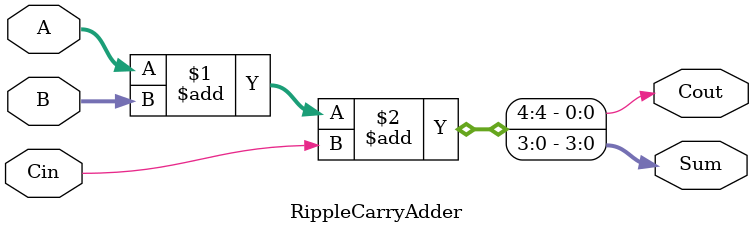
<source format=v>
module RippleCarryAdder #(parameter WIDTH = 4) (
    input [WIDTH-1:0] A,
    input [WIDTH-1:0] B,
    input Cin,
    output [WIDTH-1:0] Sum,
    output Cout
);
    assign {Cout, Sum} = A + B + Cin;
endmodule

</source>
